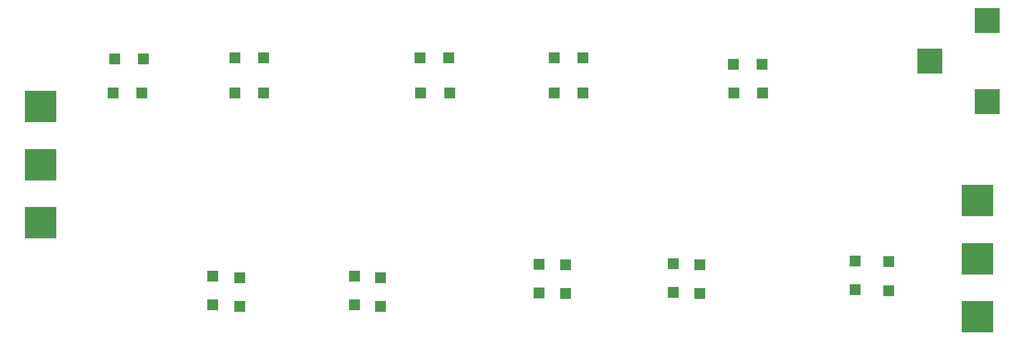
<source format=gbr>
%TF.GenerationSoftware,KiCad,Pcbnew,8.0.6-8.0.6-0~ubuntu24.04.1*%
%TF.CreationDate,2024-10-19T16:34:36+02:00*%
%TF.ProjectId,diplexer,6469706c-6578-4657-922e-6b696361645f,rev?*%
%TF.SameCoordinates,Original*%
%TF.FileFunction,Paste,Top*%
%TF.FilePolarity,Positive*%
%FSLAX46Y46*%
G04 Gerber Fmt 4.6, Leading zero omitted, Abs format (unit mm)*
G04 Created by KiCad (PCBNEW 8.0.6-8.0.6-0~ubuntu24.04.1) date 2024-10-19 16:34:36*
%MOMM*%
%LPD*%
G01*
G04 APERTURE LIST*
%ADD10R,1.780000X1.780000*%
%ADD11R,5.000000X5.000000*%
%ADD12R,4.000000X4.000000*%
G04 APERTURE END LIST*
D10*
%TO.C,C17*%
X90600000Y-97800000D03*
X90600000Y-102300000D03*
%TD*%
%TO.C,C6*%
X64400000Y-102090000D03*
X64400000Y-97590000D03*
%TD*%
%TO.C,C14*%
X117800000Y-63400000D03*
X122300000Y-63400000D03*
%TD*%
%TO.C,C4*%
X117800000Y-68840000D03*
X122300000Y-68840000D03*
%TD*%
%TO.C,C19*%
X140600000Y-95800000D03*
X140600000Y-100300000D03*
%TD*%
D11*
%TO.C,J3*%
X184000000Y-94850000D03*
X184000000Y-103960000D03*
X184000000Y-85750000D03*
%TD*%
D12*
%TO.C,J2*%
X176500000Y-63890000D03*
X185500000Y-57540000D03*
X185500000Y-70240000D03*
%TD*%
D10*
%TO.C,C13*%
X96800000Y-63400000D03*
X101300000Y-63400000D03*
%TD*%
%TO.C,C1*%
X48800000Y-68840000D03*
X53300000Y-68840000D03*
%TD*%
%TO.C,C7*%
X86500000Y-102090000D03*
X86500000Y-97590000D03*
%TD*%
%TO.C,C15*%
X145800000Y-64400000D03*
X150300000Y-64400000D03*
%TD*%
%TO.C,C20*%
X170100000Y-95325000D03*
X170100000Y-99825000D03*
%TD*%
%TO.C,C11*%
X49000000Y-63500000D03*
X53500000Y-63500000D03*
%TD*%
D11*
%TO.C,J1*%
X37400000Y-80110000D03*
X37400000Y-71000000D03*
X37400000Y-89210000D03*
%TD*%
D10*
%TO.C,C5*%
X145910000Y-68840000D03*
X150410000Y-68840000D03*
%TD*%
%TO.C,C10*%
X164900000Y-99700000D03*
X164900000Y-95200000D03*
%TD*%
%TO.C,C2*%
X67800000Y-68840000D03*
X72300000Y-68840000D03*
%TD*%
%TO.C,C18*%
X119600000Y-95800000D03*
X119600000Y-100300000D03*
%TD*%
%TO.C,C8*%
X115400000Y-100200000D03*
X115400000Y-95700000D03*
%TD*%
%TO.C,C9*%
X136400000Y-100090000D03*
X136400000Y-95590000D03*
%TD*%
%TO.C,C12*%
X67800000Y-63400000D03*
X72300000Y-63400000D03*
%TD*%
%TO.C,C16*%
X68600000Y-97800000D03*
X68600000Y-102300000D03*
%TD*%
%TO.C,C3*%
X96910000Y-68840000D03*
X101410000Y-68840000D03*
%TD*%
M02*

</source>
